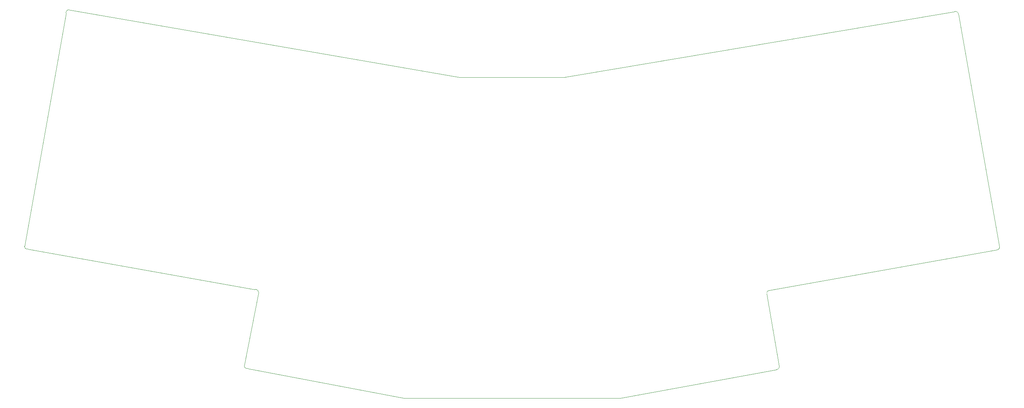
<source format=gm1>
G04 #@! TF.GenerationSoftware,KiCad,Pcbnew,5.1.7*
G04 #@! TF.CreationDate,2020-11-02T00:43:52-05:00*
G04 #@! TF.ProjectId,pcb,7063622e-6b69-4636-9164-5f7063625858,rev?*
G04 #@! TF.SameCoordinates,Original*
G04 #@! TF.FileFunction,Profile,NP*
%FSLAX46Y46*%
G04 Gerber Fmt 4.6, Leading zero omitted, Abs format (unit mm)*
G04 Created by KiCad (PCBNEW 5.1.7) date 2020-11-02 00:43:52*
%MOMM*%
%LPD*%
G01*
G04 APERTURE LIST*
G04 #@! TA.AperFunction,Profile*
%ADD10C,0.050000*%
G04 #@! TD*
G04 APERTURE END LIST*
D10*
X83030225Y-102720900D02*
X28469775Y-92979100D01*
X80500000Y-121100000D02*
X83900000Y-103400000D01*
X118900000Y-128900000D02*
X81369775Y-121779100D01*
X171000000Y-128900000D02*
X118900000Y-128900000D01*
X208500000Y-122000000D02*
X171000000Y-128900000D01*
X206200000Y-103800000D02*
X209179100Y-121130225D01*
X261500000Y-93200000D02*
X206879100Y-102930225D01*
X252300000Y-36400000D02*
X262179100Y-92330225D01*
X157400000Y-51600000D02*
X251430225Y-35720900D01*
X132300000Y-51600000D02*
X157400000Y-51600000D01*
X38300000Y-35300000D02*
X132300000Y-51600000D01*
X27600000Y-92300000D02*
X37620900Y-36169775D01*
X28469775Y-92979100D02*
G75*
G02*
X27600000Y-92300000I-169775J679100D01*
G01*
X83030225Y-102720900D02*
G75*
G02*
X83900000Y-103400000I169775J-679100D01*
G01*
X81369775Y-121779100D02*
G75*
G02*
X80500000Y-121100000I-169775J679100D01*
G01*
X209179100Y-121130225D02*
G75*
G02*
X208500000Y-122000000I-679100J-169775D01*
G01*
X206200000Y-103800000D02*
G75*
G02*
X206879100Y-102930225I679100J169775D01*
G01*
X262179100Y-92330225D02*
G75*
G02*
X261500000Y-93200000I-679100J-169775D01*
G01*
X37620900Y-36169775D02*
G75*
G02*
X38300000Y-35300000I679100J169775D01*
G01*
X251430225Y-35720900D02*
G75*
G02*
X252300000Y-36400000I169775J-679100D01*
G01*
M02*

</source>
